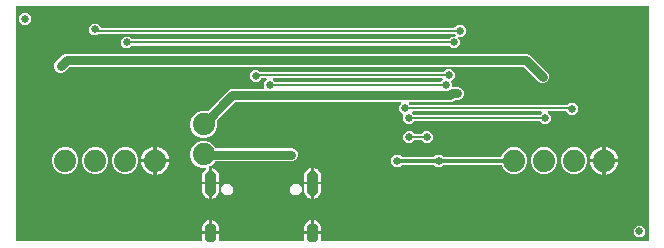
<source format=gbl>
G04 EAGLE Gerber RS-274X export*
G75*
%MOMM*%
%FSLAX34Y34*%
%LPD*%
%INBottom Copper*%
%IPPOS*%
%AMOC8*
5,1,8,0,0,1.08239X$1,22.5*%
G01*
%ADD10C,0.635000*%
%ADD11C,0.755600*%
%ADD12C,1.879600*%
%ADD13C,0.655600*%
%ADD14C,0.304800*%
%ADD15C,0.177800*%
%ADD16C,0.762000*%
%ADD17C,0.558800*%

G36*
X254298Y1126D02*
X254298Y1126D01*
X254304Y1132D01*
X254309Y1129D01*
X255366Y1499D01*
X255370Y1506D01*
X255376Y1503D01*
X256324Y2099D01*
X256327Y2107D01*
X256332Y2106D01*
X257124Y2898D01*
X257125Y2906D01*
X257131Y2906D01*
X257727Y3854D01*
X257726Y3863D01*
X257731Y3864D01*
X258101Y4921D01*
X258100Y4925D01*
X258102Y4927D01*
X258100Y4930D01*
X258104Y4932D01*
X258229Y6045D01*
X258227Y6048D01*
X258229Y6050D01*
X258229Y8051D01*
X260771Y8051D01*
X260771Y5302D01*
X260479Y3836D01*
X260166Y3081D01*
X260156Y3037D01*
X260137Y2995D01*
X260128Y2918D01*
X260110Y2842D01*
X260115Y2796D01*
X260110Y2751D01*
X260126Y2674D01*
X260133Y2597D01*
X260152Y2555D01*
X260162Y2510D01*
X260202Y2443D01*
X260233Y2372D01*
X260264Y2338D01*
X260288Y2299D01*
X260347Y2248D01*
X260400Y2191D01*
X260440Y2169D01*
X260475Y2139D01*
X260547Y2110D01*
X260615Y2073D01*
X260660Y2064D01*
X260703Y2047D01*
X260839Y2032D01*
X260857Y2029D01*
X260862Y2030D01*
X260870Y2029D01*
X537210Y2029D01*
X537230Y2032D01*
X537249Y2030D01*
X537351Y2052D01*
X537453Y2068D01*
X537470Y2078D01*
X537490Y2082D01*
X537579Y2135D01*
X537670Y2184D01*
X537684Y2198D01*
X537701Y2208D01*
X537768Y2287D01*
X537840Y2362D01*
X537848Y2380D01*
X537861Y2395D01*
X537900Y2491D01*
X537943Y2585D01*
X537945Y2605D01*
X537953Y2623D01*
X537971Y2790D01*
X537971Y200000D01*
X537968Y200020D01*
X537970Y200039D01*
X537948Y200141D01*
X537932Y200243D01*
X537922Y200260D01*
X537918Y200280D01*
X537865Y200369D01*
X537816Y200460D01*
X537802Y200474D01*
X537792Y200491D01*
X537713Y200558D01*
X537638Y200630D01*
X537620Y200638D01*
X537605Y200651D01*
X537509Y200690D01*
X537415Y200733D01*
X537395Y200735D01*
X537377Y200743D01*
X537210Y200761D01*
X2790Y200761D01*
X2770Y200758D01*
X2751Y200760D01*
X2649Y200738D01*
X2547Y200722D01*
X2530Y200712D01*
X2510Y200708D01*
X2421Y200655D01*
X2330Y200606D01*
X2316Y200592D01*
X2299Y200582D01*
X2232Y200503D01*
X2160Y200428D01*
X2152Y200410D01*
X2139Y200395D01*
X2100Y200299D01*
X2057Y200205D01*
X2055Y200185D01*
X2047Y200167D01*
X2029Y200000D01*
X2029Y2790D01*
X2032Y2770D01*
X2030Y2751D01*
X2052Y2649D01*
X2068Y2547D01*
X2078Y2530D01*
X2082Y2510D01*
X2135Y2421D01*
X2184Y2330D01*
X2198Y2316D01*
X2208Y2299D01*
X2287Y2232D01*
X2362Y2160D01*
X2380Y2152D01*
X2395Y2139D01*
X2491Y2100D01*
X2585Y2057D01*
X2605Y2055D01*
X2623Y2047D01*
X2790Y2029D01*
X159130Y2029D01*
X159175Y2036D01*
X159221Y2034D01*
X159296Y2056D01*
X159373Y2068D01*
X159413Y2090D01*
X159458Y2103D01*
X159522Y2147D01*
X159590Y2184D01*
X159622Y2217D01*
X159660Y2243D01*
X159706Y2306D01*
X159760Y2362D01*
X159779Y2404D01*
X159806Y2440D01*
X159831Y2514D01*
X159863Y2585D01*
X159868Y2631D01*
X159883Y2674D01*
X159882Y2752D01*
X159890Y2829D01*
X159881Y2874D01*
X159880Y2920D01*
X159842Y3052D01*
X159838Y3070D01*
X159836Y3074D01*
X159834Y3081D01*
X159521Y3836D01*
X159229Y5303D01*
X159229Y8051D01*
X161771Y8051D01*
X161771Y6050D01*
X161773Y6047D01*
X161771Y6045D01*
X161896Y4932D01*
X161902Y4926D01*
X161899Y4921D01*
X162269Y3864D01*
X162276Y3860D01*
X162273Y3854D01*
X162869Y2906D01*
X162877Y2903D01*
X162876Y2898D01*
X163668Y2106D01*
X163676Y2105D01*
X163676Y2099D01*
X164624Y1503D01*
X164633Y1504D01*
X164634Y1499D01*
X165691Y1129D01*
X165699Y1131D01*
X165702Y1126D01*
X166815Y1001D01*
X166822Y1005D01*
X166826Y1001D01*
X167938Y1126D01*
X167944Y1132D01*
X167949Y1129D01*
X169006Y1499D01*
X169010Y1506D01*
X169016Y1503D01*
X169964Y2099D01*
X169967Y2107D01*
X169972Y2106D01*
X170764Y2898D01*
X170765Y2906D01*
X170771Y2906D01*
X171367Y3854D01*
X171366Y3863D01*
X171371Y3864D01*
X171741Y4921D01*
X171740Y4925D01*
X171742Y4927D01*
X171740Y4930D01*
X171744Y4932D01*
X171869Y6045D01*
X171867Y6048D01*
X171869Y6050D01*
X171869Y8051D01*
X174411Y8051D01*
X174411Y5302D01*
X174119Y3836D01*
X173806Y3081D01*
X173796Y3037D01*
X173777Y2995D01*
X173768Y2918D01*
X173750Y2842D01*
X173755Y2796D01*
X173750Y2751D01*
X173766Y2674D01*
X173773Y2597D01*
X173792Y2555D01*
X173802Y2510D01*
X173842Y2443D01*
X173873Y2372D01*
X173904Y2338D01*
X173928Y2299D01*
X173987Y2248D01*
X174040Y2191D01*
X174080Y2169D01*
X174115Y2139D01*
X174187Y2110D01*
X174255Y2073D01*
X174300Y2064D01*
X174343Y2047D01*
X174479Y2032D01*
X174497Y2029D01*
X174502Y2030D01*
X174510Y2029D01*
X245490Y2029D01*
X245535Y2036D01*
X245581Y2034D01*
X245656Y2056D01*
X245733Y2068D01*
X245773Y2090D01*
X245818Y2103D01*
X245882Y2147D01*
X245950Y2184D01*
X245982Y2217D01*
X246020Y2243D01*
X246066Y2305D01*
X246120Y2362D01*
X246139Y2404D01*
X246166Y2440D01*
X246191Y2514D01*
X246223Y2585D01*
X246228Y2631D01*
X246243Y2674D01*
X246242Y2752D01*
X246250Y2829D01*
X246241Y2874D01*
X246240Y2920D01*
X246202Y3052D01*
X246198Y3070D01*
X246196Y3074D01*
X246194Y3081D01*
X245881Y3836D01*
X245589Y5302D01*
X245589Y8051D01*
X248131Y8051D01*
X248131Y6050D01*
X248133Y6047D01*
X248131Y6045D01*
X248256Y4932D01*
X248262Y4926D01*
X248259Y4921D01*
X248629Y3864D01*
X248636Y3860D01*
X248633Y3854D01*
X249229Y2906D01*
X249237Y2903D01*
X249236Y2898D01*
X250028Y2106D01*
X250036Y2105D01*
X250036Y2099D01*
X250984Y1503D01*
X250993Y1504D01*
X250994Y1499D01*
X252051Y1129D01*
X252059Y1131D01*
X252062Y1126D01*
X253175Y1001D01*
X253182Y1005D01*
X253186Y1001D01*
X254298Y1126D01*
G37*
%LPC*%
G36*
X158777Y89523D02*
X158777Y89523D01*
X154669Y91225D01*
X151525Y94369D01*
X149823Y98477D01*
X149823Y102923D01*
X151525Y107031D01*
X154669Y110175D01*
X158777Y111877D01*
X163223Y111877D01*
X163496Y111764D01*
X163609Y111737D01*
X163723Y111709D01*
X163729Y111709D01*
X163735Y111708D01*
X163851Y111719D01*
X163968Y111728D01*
X163974Y111730D01*
X163980Y111731D01*
X164088Y111779D01*
X164194Y111824D01*
X164200Y111829D01*
X164205Y111831D01*
X164219Y111843D01*
X164325Y111929D01*
X180589Y128193D01*
X182268Y129872D01*
X184322Y130723D01*
X211288Y130723D01*
X211359Y130734D01*
X211431Y130736D01*
X211480Y130754D01*
X211531Y130762D01*
X211594Y130796D01*
X211662Y130821D01*
X211702Y130853D01*
X211748Y130878D01*
X211798Y130930D01*
X211854Y130974D01*
X211882Y131018D01*
X211918Y131056D01*
X211948Y131121D01*
X211987Y131181D01*
X211999Y131232D01*
X212021Y131279D01*
X212029Y131350D01*
X212047Y131420D01*
X212043Y131472D01*
X212048Y131523D01*
X212033Y131594D01*
X212028Y131665D01*
X212007Y131713D01*
X211996Y131764D01*
X211959Y131825D01*
X211943Y131863D01*
X211943Y136095D01*
X214215Y138367D01*
X214257Y138425D01*
X214307Y138477D01*
X214329Y138524D01*
X214359Y138566D01*
X214380Y138635D01*
X214410Y138700D01*
X214416Y138752D01*
X214431Y138802D01*
X214429Y138873D01*
X214437Y138944D01*
X214426Y138995D01*
X214425Y139047D01*
X214400Y139115D01*
X214385Y139185D01*
X214358Y139230D01*
X214341Y139278D01*
X214296Y139334D01*
X214259Y139396D01*
X214219Y139430D01*
X214187Y139470D01*
X214127Y139509D01*
X214072Y139556D01*
X214024Y139575D01*
X213980Y139603D01*
X213910Y139621D01*
X213844Y139648D01*
X213773Y139656D01*
X213741Y139664D01*
X213718Y139662D01*
X213677Y139666D01*
X210133Y139666D01*
X210043Y139652D01*
X209952Y139644D01*
X209922Y139632D01*
X209890Y139627D01*
X209809Y139584D01*
X209726Y139548D01*
X209693Y139522D01*
X209673Y139511D01*
X209651Y139488D01*
X209595Y139443D01*
X207095Y136943D01*
X202905Y136943D01*
X199943Y139905D01*
X199943Y144095D01*
X202905Y147057D01*
X207095Y147057D01*
X208927Y145225D01*
X209001Y145172D01*
X209070Y145112D01*
X209100Y145100D01*
X209126Y145081D01*
X209213Y145054D01*
X209298Y145020D01*
X209339Y145016D01*
X209361Y145009D01*
X209394Y145010D01*
X209465Y145002D01*
X363646Y145002D01*
X363736Y145016D01*
X363827Y145024D01*
X363857Y145036D01*
X363889Y145041D01*
X363970Y145084D01*
X364053Y145120D01*
X364086Y145146D01*
X364106Y145157D01*
X364128Y145180D01*
X364184Y145225D01*
X366350Y147391D01*
X370540Y147391D01*
X373502Y144429D01*
X373502Y140239D01*
X370745Y137483D01*
X370733Y137467D01*
X370718Y137454D01*
X370662Y137367D01*
X370602Y137283D01*
X370596Y137264D01*
X370585Y137247D01*
X370560Y137147D01*
X370529Y137048D01*
X370530Y137028D01*
X370525Y137009D01*
X370533Y136906D01*
X370536Y136802D01*
X370542Y136783D01*
X370544Y136764D01*
X370584Y136669D01*
X370620Y136571D01*
X370633Y136555D01*
X370640Y136537D01*
X370745Y136406D01*
X371057Y136095D01*
X371057Y133350D01*
X371060Y133330D01*
X371058Y133311D01*
X371080Y133209D01*
X371096Y133107D01*
X371106Y133090D01*
X371110Y133070D01*
X371163Y132981D01*
X371212Y132890D01*
X371226Y132876D01*
X371236Y132859D01*
X371315Y132792D01*
X371390Y132720D01*
X371408Y132712D01*
X371423Y132699D01*
X371519Y132660D01*
X371613Y132617D01*
X371633Y132615D01*
X371651Y132607D01*
X371818Y132589D01*
X376712Y132589D01*
X378766Y131738D01*
X380338Y130166D01*
X381189Y128112D01*
X381189Y125888D01*
X380338Y123834D01*
X378766Y122262D01*
X376712Y121411D01*
X374169Y121411D01*
X374079Y121397D01*
X373988Y121389D01*
X373958Y121377D01*
X373926Y121372D01*
X373845Y121329D01*
X373761Y121293D01*
X373729Y121267D01*
X373709Y121256D01*
X373686Y121233D01*
X373630Y121188D01*
X372838Y120396D01*
X370784Y119545D01*
X335333Y119545D01*
X335262Y119534D01*
X335190Y119532D01*
X335141Y119514D01*
X335090Y119506D01*
X335027Y119472D01*
X334959Y119447D01*
X334919Y119415D01*
X334873Y119390D01*
X334823Y119338D01*
X334767Y119294D01*
X334739Y119250D01*
X334703Y119212D01*
X334673Y119147D01*
X334634Y119087D01*
X334622Y119036D01*
X334600Y118989D01*
X334592Y118918D01*
X334574Y118848D01*
X334578Y118796D01*
X334573Y118745D01*
X334588Y118674D01*
X334593Y118603D01*
X334614Y118555D01*
X334625Y118504D01*
X334662Y118443D01*
X334690Y118377D01*
X334735Y118321D01*
X334751Y118293D01*
X334769Y118278D01*
X334795Y118246D01*
X335816Y117225D01*
X335890Y117172D01*
X335959Y117112D01*
X335989Y117100D01*
X336015Y117081D01*
X336102Y117054D01*
X336187Y117020D01*
X336228Y117016D01*
X336250Y117009D01*
X336283Y117010D01*
X336354Y117002D01*
X468535Y117002D01*
X468625Y117016D01*
X468716Y117024D01*
X468746Y117036D01*
X468778Y117041D01*
X468859Y117084D01*
X468942Y117120D01*
X468975Y117146D01*
X468995Y117157D01*
X469017Y117180D01*
X469073Y117225D01*
X470905Y119057D01*
X475095Y119057D01*
X478057Y116095D01*
X478057Y111905D01*
X475095Y108943D01*
X470905Y108943D01*
X468405Y111443D01*
X468331Y111496D01*
X468262Y111556D01*
X468232Y111568D01*
X468206Y111587D01*
X468119Y111614D01*
X468034Y111648D01*
X467993Y111652D01*
X467971Y111659D01*
X467938Y111658D01*
X467867Y111666D01*
X453323Y111666D01*
X453252Y111655D01*
X453180Y111653D01*
X453131Y111635D01*
X453080Y111627D01*
X453017Y111593D01*
X452949Y111568D01*
X452909Y111536D01*
X452863Y111511D01*
X452813Y111459D01*
X452757Y111415D01*
X452729Y111371D01*
X452693Y111333D01*
X452663Y111268D01*
X452624Y111208D01*
X452612Y111157D01*
X452590Y111110D01*
X452582Y111039D01*
X452564Y110969D01*
X452568Y110917D01*
X452563Y110866D01*
X452578Y110795D01*
X452583Y110724D01*
X452604Y110676D01*
X452615Y110625D01*
X452652Y110564D01*
X452680Y110498D01*
X452725Y110442D01*
X452741Y110414D01*
X452756Y110402D01*
X452759Y110397D01*
X452765Y110391D01*
X452785Y110367D01*
X455057Y108095D01*
X455057Y103905D01*
X452095Y100943D01*
X447905Y100943D01*
X445739Y103109D01*
X445665Y103162D01*
X445596Y103222D01*
X445566Y103234D01*
X445540Y103253D01*
X445453Y103280D01*
X445368Y103314D01*
X445327Y103318D01*
X445305Y103325D01*
X445272Y103324D01*
X445201Y103332D01*
X339799Y103332D01*
X339709Y103318D01*
X339618Y103310D01*
X339588Y103298D01*
X339556Y103293D01*
X339475Y103250D01*
X339392Y103214D01*
X339359Y103188D01*
X339339Y103177D01*
X339317Y103154D01*
X339261Y103109D01*
X337095Y100943D01*
X332905Y100943D01*
X329943Y103905D01*
X329943Y108140D01*
X329970Y108177D01*
X329991Y108246D01*
X330021Y108311D01*
X330027Y108363D01*
X330042Y108412D01*
X330040Y108484D01*
X330048Y108555D01*
X330037Y108606D01*
X330036Y108658D01*
X330011Y108726D01*
X329996Y108796D01*
X329969Y108841D01*
X329952Y108889D01*
X329907Y108945D01*
X329870Y109007D01*
X329830Y109041D01*
X329798Y109081D01*
X329738Y109120D01*
X329683Y109167D01*
X329635Y109186D01*
X329591Y109214D01*
X329522Y109232D01*
X329495Y109243D01*
X326498Y112239D01*
X326498Y116429D01*
X328315Y118246D01*
X328357Y118304D01*
X328407Y118356D01*
X328429Y118403D01*
X328459Y118445D01*
X328480Y118514D01*
X328510Y118579D01*
X328516Y118631D01*
X328531Y118681D01*
X328529Y118752D01*
X328537Y118823D01*
X328526Y118874D01*
X328525Y118926D01*
X328500Y118994D01*
X328485Y119064D01*
X328458Y119109D01*
X328441Y119157D01*
X328396Y119213D01*
X328359Y119275D01*
X328319Y119309D01*
X328287Y119349D01*
X328227Y119388D01*
X328172Y119435D01*
X328124Y119454D01*
X328080Y119482D01*
X328010Y119500D01*
X327944Y119527D01*
X327873Y119535D01*
X327841Y119543D01*
X327818Y119541D01*
X327777Y119545D01*
X188064Y119545D01*
X187974Y119531D01*
X187883Y119523D01*
X187853Y119511D01*
X187822Y119506D01*
X187741Y119463D01*
X187657Y119427D01*
X187625Y119401D01*
X187604Y119390D01*
X187582Y119367D01*
X187526Y119322D01*
X172229Y104025D01*
X172161Y103931D01*
X172091Y103837D01*
X172089Y103830D01*
X172085Y103825D01*
X172051Y103714D01*
X172015Y103603D01*
X172015Y103596D01*
X172013Y103590D01*
X172016Y103474D01*
X172017Y103357D01*
X172019Y103350D01*
X172019Y103345D01*
X172026Y103327D01*
X172064Y103196D01*
X172177Y102923D01*
X172177Y98477D01*
X170475Y94369D01*
X167331Y91225D01*
X163223Y89523D01*
X158777Y89523D01*
G37*
%LPD*%
%LPC*%
G36*
X446888Y135411D02*
X446888Y135411D01*
X444834Y136262D01*
X431908Y149188D01*
X431834Y149241D01*
X431765Y149301D01*
X431734Y149313D01*
X431708Y149332D01*
X431621Y149359D01*
X431536Y149393D01*
X431496Y149397D01*
X431473Y149404D01*
X431441Y149403D01*
X431370Y149411D01*
X47630Y149411D01*
X47540Y149397D01*
X47449Y149389D01*
X47419Y149377D01*
X47388Y149372D01*
X47307Y149329D01*
X47223Y149293D01*
X47191Y149267D01*
X47170Y149256D01*
X47148Y149233D01*
X47092Y149188D01*
X43166Y145262D01*
X41112Y144411D01*
X38888Y144411D01*
X36834Y145262D01*
X35262Y146834D01*
X34411Y148888D01*
X34411Y151112D01*
X35262Y153166D01*
X41834Y159738D01*
X43888Y160589D01*
X435112Y160589D01*
X437166Y159738D01*
X452738Y144166D01*
X453589Y142112D01*
X453589Y139888D01*
X452738Y137834D01*
X451166Y136262D01*
X449112Y135411D01*
X446888Y135411D01*
G37*
%LPD*%
%LPC*%
G36*
X93905Y164943D02*
X93905Y164943D01*
X90943Y167905D01*
X90943Y172095D01*
X93905Y175057D01*
X98095Y175057D01*
X100261Y172891D01*
X100335Y172838D01*
X100404Y172778D01*
X100434Y172766D01*
X100460Y172747D01*
X100547Y172720D01*
X100632Y172686D01*
X100673Y172682D01*
X100695Y172675D01*
X100728Y172676D01*
X100799Y172668D01*
X368201Y172668D01*
X368291Y172682D01*
X368382Y172690D01*
X368412Y172702D01*
X368444Y172707D01*
X368525Y172750D01*
X368608Y172786D01*
X368641Y172812D01*
X368661Y172823D01*
X368683Y172846D01*
X368739Y172891D01*
X370905Y175057D01*
X373954Y175057D01*
X374025Y175068D01*
X374097Y175070D01*
X374146Y175088D01*
X374197Y175096D01*
X374260Y175130D01*
X374328Y175155D01*
X374368Y175187D01*
X374414Y175212D01*
X374464Y175264D01*
X374520Y175308D01*
X374548Y175352D01*
X374584Y175390D01*
X374614Y175455D01*
X374653Y175515D01*
X374665Y175566D01*
X374687Y175613D01*
X374695Y175684D01*
X374713Y175754D01*
X374709Y175806D01*
X374714Y175857D01*
X374699Y175928D01*
X374694Y175999D01*
X374673Y176047D01*
X374662Y176098D01*
X374625Y176159D01*
X374597Y176225D01*
X374552Y176281D01*
X374536Y176309D01*
X374518Y176324D01*
X374492Y176356D01*
X373739Y177109D01*
X373665Y177162D01*
X373596Y177222D01*
X373566Y177234D01*
X373540Y177253D01*
X373453Y177280D01*
X373368Y177314D01*
X373327Y177318D01*
X373305Y177325D01*
X373272Y177324D01*
X373201Y177332D01*
X72799Y177332D01*
X72709Y177318D01*
X72618Y177310D01*
X72588Y177298D01*
X72556Y177293D01*
X72475Y177250D01*
X72392Y177214D01*
X72359Y177188D01*
X72339Y177177D01*
X72317Y177154D01*
X72261Y177109D01*
X71095Y175943D01*
X66905Y175943D01*
X63943Y178905D01*
X63943Y183095D01*
X66905Y186057D01*
X71095Y186057D01*
X74261Y182891D01*
X74335Y182838D01*
X74404Y182778D01*
X74434Y182766D01*
X74460Y182747D01*
X74547Y182720D01*
X74632Y182686D01*
X74673Y182682D01*
X74695Y182675D01*
X74728Y182676D01*
X74799Y182668D01*
X373201Y182668D01*
X373291Y182682D01*
X373382Y182690D01*
X373412Y182702D01*
X373444Y182707D01*
X373525Y182750D01*
X373608Y182786D01*
X373641Y182812D01*
X373661Y182823D01*
X373683Y182846D01*
X373739Y182891D01*
X375905Y185057D01*
X380095Y185057D01*
X383057Y182095D01*
X383057Y177905D01*
X380095Y174943D01*
X377046Y174943D01*
X376975Y174932D01*
X376903Y174930D01*
X376854Y174912D01*
X376803Y174904D01*
X376740Y174870D01*
X376672Y174845D01*
X376632Y174813D01*
X376586Y174788D01*
X376536Y174736D01*
X376480Y174692D01*
X376452Y174648D01*
X376416Y174610D01*
X376386Y174545D01*
X376347Y174485D01*
X376335Y174434D01*
X376313Y174387D01*
X376305Y174316D01*
X376287Y174246D01*
X376291Y174194D01*
X376286Y174143D01*
X376301Y174072D01*
X376306Y174001D01*
X376327Y173953D01*
X376338Y173902D01*
X376375Y173841D01*
X376403Y173775D01*
X376448Y173719D01*
X376464Y173691D01*
X376482Y173676D01*
X376508Y173644D01*
X378057Y172095D01*
X378057Y167905D01*
X375095Y164943D01*
X370905Y164943D01*
X368739Y167109D01*
X368665Y167162D01*
X368596Y167222D01*
X368566Y167234D01*
X368540Y167253D01*
X368453Y167280D01*
X368368Y167314D01*
X368327Y167318D01*
X368305Y167325D01*
X368272Y167324D01*
X368201Y167332D01*
X100799Y167332D01*
X100709Y167318D01*
X100618Y167310D01*
X100588Y167298D01*
X100556Y167293D01*
X100475Y167250D01*
X100392Y167214D01*
X100359Y167188D01*
X100339Y167177D01*
X100317Y167154D01*
X100261Y167109D01*
X98095Y164943D01*
X93905Y164943D01*
G37*
%LPD*%
%LPC*%
G36*
X159229Y51849D02*
X159229Y51849D01*
X159229Y57098D01*
X159521Y58564D01*
X160093Y59946D01*
X160924Y61189D01*
X161981Y62246D01*
X162704Y62729D01*
X162721Y62745D01*
X162741Y62756D01*
X162810Y62828D01*
X162884Y62897D01*
X162895Y62917D01*
X162911Y62934D01*
X162953Y63025D01*
X163001Y63113D01*
X163005Y63136D01*
X163014Y63157D01*
X163025Y63257D01*
X163042Y63356D01*
X163039Y63379D01*
X163041Y63401D01*
X163020Y63500D01*
X163005Y63599D01*
X162994Y63619D01*
X162989Y63642D01*
X162937Y63728D01*
X162891Y63817D01*
X162875Y63833D01*
X162863Y63853D01*
X162787Y63918D01*
X162714Y63988D01*
X162694Y63998D01*
X162676Y64013D01*
X162583Y64051D01*
X162492Y64093D01*
X162469Y64096D01*
X162448Y64105D01*
X162281Y64123D01*
X158777Y64123D01*
X154669Y65825D01*
X151525Y68969D01*
X149823Y73077D01*
X149823Y77523D01*
X151525Y81631D01*
X154669Y84775D01*
X158777Y86477D01*
X163223Y86477D01*
X167331Y84775D01*
X170475Y81631D01*
X170712Y81059D01*
X170774Y80960D01*
X170834Y80859D01*
X170839Y80855D01*
X170842Y80850D01*
X170931Y80776D01*
X171021Y80699D01*
X171027Y80697D01*
X171031Y80693D01*
X171139Y80651D01*
X171249Y80607D01*
X171256Y80606D01*
X171261Y80605D01*
X171279Y80604D01*
X171416Y80589D01*
X236112Y80589D01*
X238166Y79738D01*
X239738Y78166D01*
X240589Y76112D01*
X240589Y73888D01*
X239738Y71834D01*
X238166Y70262D01*
X236112Y69411D01*
X171167Y69411D01*
X171052Y69392D01*
X170936Y69375D01*
X170930Y69373D01*
X170924Y69372D01*
X170821Y69317D01*
X170717Y69264D01*
X170712Y69259D01*
X170707Y69256D01*
X170627Y69172D01*
X170545Y69088D01*
X170541Y69082D01*
X170538Y69078D01*
X170530Y69061D01*
X170483Y68977D01*
X167331Y65825D01*
X166291Y65394D01*
X166191Y65332D01*
X166091Y65272D01*
X166087Y65268D01*
X166082Y65264D01*
X166007Y65174D01*
X165931Y65085D01*
X165929Y65080D01*
X165925Y65075D01*
X165883Y64966D01*
X165839Y64857D01*
X165838Y64850D01*
X165837Y64845D01*
X165836Y64827D01*
X165821Y64691D01*
X165821Y61287D01*
X165702Y61274D01*
X165696Y61268D01*
X165691Y61271D01*
X164634Y60901D01*
X164630Y60895D01*
X164624Y60897D01*
X163676Y60301D01*
X163673Y60293D01*
X163668Y60294D01*
X162876Y59502D01*
X162875Y59494D01*
X162869Y59494D01*
X162273Y58546D01*
X162274Y58539D01*
X162270Y58537D01*
X162270Y58536D01*
X162269Y58536D01*
X161899Y57479D01*
X161901Y57471D01*
X161896Y57468D01*
X161771Y56356D01*
X161773Y56352D01*
X161771Y56350D01*
X161771Y51849D01*
X159229Y51849D01*
G37*
%LPD*%
%LPC*%
G36*
X421577Y58823D02*
X421577Y58823D01*
X417469Y60525D01*
X414325Y63669D01*
X413265Y66227D01*
X413204Y66327D01*
X413144Y66427D01*
X413139Y66431D01*
X413135Y66436D01*
X413046Y66511D01*
X412957Y66587D01*
X412951Y66589D01*
X412946Y66593D01*
X412838Y66635D01*
X412728Y66679D01*
X412721Y66680D01*
X412716Y66681D01*
X412698Y66682D01*
X412562Y66697D01*
X364164Y66697D01*
X364074Y66683D01*
X363983Y66675D01*
X363953Y66663D01*
X363921Y66658D01*
X363840Y66615D01*
X363757Y66579D01*
X363724Y66553D01*
X363704Y66542D01*
X363682Y66519D01*
X363626Y66474D01*
X362095Y64943D01*
X357905Y64943D01*
X356374Y66474D01*
X356300Y66527D01*
X356231Y66587D01*
X356201Y66599D01*
X356175Y66618D01*
X356088Y66645D01*
X356003Y66679D01*
X355962Y66683D01*
X355940Y66690D01*
X355907Y66689D01*
X355836Y66697D01*
X329164Y66697D01*
X329074Y66683D01*
X328983Y66675D01*
X328953Y66663D01*
X328921Y66658D01*
X328840Y66615D01*
X328757Y66579D01*
X328724Y66553D01*
X328704Y66542D01*
X328682Y66519D01*
X328626Y66474D01*
X327095Y64943D01*
X322905Y64943D01*
X319943Y67905D01*
X319943Y72095D01*
X322905Y75057D01*
X327095Y75057D01*
X328626Y73526D01*
X328700Y73473D01*
X328769Y73413D01*
X328799Y73401D01*
X328825Y73382D01*
X328912Y73355D01*
X328997Y73321D01*
X329038Y73317D01*
X329060Y73310D01*
X329093Y73311D01*
X329164Y73303D01*
X355836Y73303D01*
X355926Y73317D01*
X356017Y73325D01*
X356047Y73337D01*
X356079Y73342D01*
X356160Y73385D01*
X356243Y73421D01*
X356276Y73447D01*
X356296Y73458D01*
X356318Y73481D01*
X356374Y73526D01*
X357905Y75057D01*
X362095Y75057D01*
X363626Y73526D01*
X363700Y73473D01*
X363769Y73413D01*
X363799Y73401D01*
X363825Y73382D01*
X363912Y73355D01*
X363997Y73321D01*
X364038Y73317D01*
X364060Y73310D01*
X364093Y73311D01*
X364164Y73303D01*
X412562Y73303D01*
X412677Y73322D01*
X412793Y73339D01*
X412798Y73341D01*
X412805Y73342D01*
X412907Y73397D01*
X413012Y73450D01*
X413016Y73455D01*
X413022Y73458D01*
X413102Y73542D01*
X413184Y73626D01*
X413188Y73632D01*
X413191Y73636D01*
X413199Y73653D01*
X413265Y73773D01*
X414325Y76331D01*
X417469Y79475D01*
X421577Y81177D01*
X426023Y81177D01*
X430131Y79475D01*
X433275Y76331D01*
X434977Y72223D01*
X434977Y67777D01*
X433275Y63669D01*
X430131Y60525D01*
X426023Y58823D01*
X421577Y58823D01*
G37*
%LPD*%
G36*
X361291Y136682D02*
X361291Y136682D01*
X361382Y136690D01*
X361412Y136702D01*
X361444Y136707D01*
X361524Y136750D01*
X361608Y136786D01*
X361641Y136812D01*
X361661Y136823D01*
X361683Y136846D01*
X361739Y136891D01*
X363215Y138367D01*
X363257Y138425D01*
X363307Y138477D01*
X363329Y138524D01*
X363359Y138566D01*
X363380Y138635D01*
X363410Y138700D01*
X363416Y138752D01*
X363431Y138802D01*
X363429Y138873D01*
X363437Y138944D01*
X363426Y138995D01*
X363425Y139047D01*
X363400Y139115D01*
X363385Y139185D01*
X363358Y139230D01*
X363341Y139278D01*
X363296Y139334D01*
X363259Y139396D01*
X363219Y139430D01*
X363187Y139470D01*
X363127Y139509D01*
X363072Y139556D01*
X363024Y139575D01*
X362980Y139603D01*
X362910Y139621D01*
X362844Y139648D01*
X362773Y139656D01*
X362741Y139664D01*
X362718Y139662D01*
X362677Y139666D01*
X220323Y139666D01*
X220252Y139655D01*
X220180Y139653D01*
X220131Y139635D01*
X220080Y139627D01*
X220017Y139593D01*
X219949Y139568D01*
X219909Y139536D01*
X219863Y139511D01*
X219813Y139459D01*
X219757Y139415D01*
X219729Y139371D01*
X219693Y139333D01*
X219663Y139268D01*
X219624Y139208D01*
X219612Y139157D01*
X219590Y139110D01*
X219582Y139039D01*
X219564Y138969D01*
X219568Y138917D01*
X219563Y138866D01*
X219578Y138795D01*
X219583Y138724D01*
X219604Y138676D01*
X219615Y138625D01*
X219652Y138564D01*
X219680Y138498D01*
X219725Y138442D01*
X219741Y138414D01*
X219759Y138399D01*
X219785Y138367D01*
X221261Y136891D01*
X221335Y136838D01*
X221404Y136778D01*
X221434Y136766D01*
X221460Y136747D01*
X221548Y136720D01*
X221632Y136686D01*
X221673Y136682D01*
X221695Y136675D01*
X221728Y136676D01*
X221799Y136668D01*
X361201Y136668D01*
X361291Y136682D01*
G37*
%LPC*%
G36*
X66977Y58823D02*
X66977Y58823D01*
X62869Y60525D01*
X59725Y63669D01*
X58023Y67777D01*
X58023Y72223D01*
X59725Y76331D01*
X62869Y79475D01*
X66977Y81177D01*
X71423Y81177D01*
X75531Y79475D01*
X78675Y76331D01*
X80377Y72223D01*
X80377Y67777D01*
X78675Y63669D01*
X75531Y60525D01*
X71423Y58823D01*
X66977Y58823D01*
G37*
%LPD*%
%LPC*%
G36*
X92377Y58823D02*
X92377Y58823D01*
X88269Y60525D01*
X85125Y63669D01*
X83423Y67777D01*
X83423Y72223D01*
X85125Y76331D01*
X88269Y79475D01*
X92377Y81177D01*
X96823Y81177D01*
X100931Y79475D01*
X104075Y76331D01*
X105777Y72223D01*
X105777Y67777D01*
X104075Y63669D01*
X100931Y60525D01*
X96823Y58823D01*
X92377Y58823D01*
G37*
%LPD*%
%LPC*%
G36*
X446977Y58823D02*
X446977Y58823D01*
X442869Y60525D01*
X439725Y63669D01*
X438023Y67777D01*
X438023Y72223D01*
X439725Y76331D01*
X442869Y79475D01*
X446977Y81177D01*
X451423Y81177D01*
X455531Y79475D01*
X458675Y76331D01*
X460377Y72223D01*
X460377Y67777D01*
X458675Y63669D01*
X455531Y60525D01*
X451423Y58823D01*
X446977Y58823D01*
G37*
%LPD*%
%LPC*%
G36*
X472377Y58823D02*
X472377Y58823D01*
X468269Y60525D01*
X465125Y63669D01*
X463423Y67777D01*
X463423Y72223D01*
X465125Y76331D01*
X468269Y79475D01*
X472377Y81177D01*
X476823Y81177D01*
X480931Y79475D01*
X484075Y76331D01*
X485777Y72223D01*
X485777Y67777D01*
X484075Y63669D01*
X480931Y60525D01*
X476823Y58823D01*
X472377Y58823D01*
G37*
%LPD*%
%LPC*%
G36*
X41577Y58823D02*
X41577Y58823D01*
X37469Y60525D01*
X34325Y63669D01*
X32623Y67777D01*
X32623Y72223D01*
X34325Y76331D01*
X37469Y79475D01*
X41577Y81177D01*
X46023Y81177D01*
X50131Y79475D01*
X53275Y76331D01*
X54977Y72223D01*
X54977Y67777D01*
X53275Y63669D01*
X50131Y60525D01*
X46023Y58823D01*
X41577Y58823D01*
G37*
%LPD*%
G36*
X445291Y108682D02*
X445291Y108682D01*
X445382Y108690D01*
X445412Y108702D01*
X445444Y108707D01*
X445524Y108750D01*
X445608Y108786D01*
X445641Y108812D01*
X445661Y108823D01*
X445683Y108846D01*
X445739Y108891D01*
X447215Y110367D01*
X447257Y110425D01*
X447307Y110477D01*
X447329Y110524D01*
X447359Y110566D01*
X447380Y110635D01*
X447410Y110700D01*
X447416Y110752D01*
X447431Y110802D01*
X447429Y110873D01*
X447437Y110944D01*
X447426Y110995D01*
X447425Y111047D01*
X447400Y111115D01*
X447385Y111185D01*
X447358Y111230D01*
X447341Y111278D01*
X447296Y111334D01*
X447259Y111396D01*
X447219Y111430D01*
X447187Y111470D01*
X447127Y111509D01*
X447072Y111556D01*
X447024Y111575D01*
X446980Y111603D01*
X446910Y111621D01*
X446844Y111648D01*
X446773Y111656D01*
X446741Y111664D01*
X446718Y111662D01*
X446677Y111666D01*
X338323Y111666D01*
X338252Y111655D01*
X338180Y111653D01*
X338131Y111635D01*
X338080Y111627D01*
X338017Y111593D01*
X337949Y111568D01*
X337909Y111536D01*
X337863Y111511D01*
X337813Y111459D01*
X337757Y111415D01*
X337729Y111371D01*
X337693Y111333D01*
X337663Y111268D01*
X337624Y111208D01*
X337612Y111157D01*
X337590Y111110D01*
X337582Y111039D01*
X337564Y110969D01*
X337568Y110917D01*
X337563Y110866D01*
X337578Y110795D01*
X337583Y110724D01*
X337604Y110676D01*
X337615Y110625D01*
X337652Y110564D01*
X337680Y110498D01*
X337725Y110442D01*
X337741Y110414D01*
X337756Y110402D01*
X337759Y110397D01*
X337765Y110391D01*
X337785Y110367D01*
X339261Y108891D01*
X339335Y108838D01*
X339404Y108778D01*
X339434Y108766D01*
X339460Y108747D01*
X339548Y108720D01*
X339632Y108686D01*
X339673Y108682D01*
X339695Y108675D01*
X339728Y108676D01*
X339799Y108668D01*
X445201Y108668D01*
X445291Y108682D01*
G37*
%LPC*%
G36*
X332905Y84943D02*
X332905Y84943D01*
X329943Y87905D01*
X329943Y92095D01*
X332905Y95057D01*
X337095Y95057D01*
X339261Y92891D01*
X339335Y92838D01*
X339404Y92778D01*
X339434Y92766D01*
X339460Y92747D01*
X339547Y92720D01*
X339632Y92686D01*
X339673Y92682D01*
X339695Y92675D01*
X339728Y92676D01*
X339799Y92668D01*
X345201Y92668D01*
X345291Y92682D01*
X345382Y92690D01*
X345412Y92702D01*
X345444Y92707D01*
X345525Y92750D01*
X345608Y92786D01*
X345641Y92812D01*
X345661Y92823D01*
X345683Y92846D01*
X345739Y92891D01*
X347905Y95057D01*
X352095Y95057D01*
X355057Y92095D01*
X355057Y87905D01*
X352095Y84943D01*
X347905Y84943D01*
X345739Y87109D01*
X345665Y87162D01*
X345596Y87222D01*
X345566Y87234D01*
X345540Y87253D01*
X345453Y87280D01*
X345368Y87314D01*
X345327Y87318D01*
X345305Y87325D01*
X345272Y87324D01*
X345201Y87332D01*
X339799Y87332D01*
X339709Y87318D01*
X339618Y87310D01*
X339588Y87298D01*
X339556Y87293D01*
X339475Y87250D01*
X339392Y87214D01*
X339359Y87188D01*
X339339Y87177D01*
X339317Y87154D01*
X339261Y87109D01*
X337095Y84943D01*
X332905Y84943D01*
G37*
%LPD*%
%LPC*%
G36*
X236817Y40521D02*
X236817Y40521D01*
X233871Y43467D01*
X233871Y47633D01*
X236817Y50579D01*
X240983Y50579D01*
X243929Y47633D01*
X243929Y43467D01*
X240983Y40521D01*
X236817Y40521D01*
G37*
%LPD*%
%LPC*%
G36*
X179017Y40521D02*
X179017Y40521D01*
X176071Y43467D01*
X176071Y47633D01*
X179017Y50579D01*
X183183Y50579D01*
X186129Y47633D01*
X186129Y43467D01*
X183183Y40521D01*
X179017Y40521D01*
G37*
%LPD*%
%LPC*%
G36*
X7948Y185046D02*
X7948Y185046D01*
X5046Y187948D01*
X5046Y192052D01*
X7948Y194954D01*
X12052Y194954D01*
X14954Y192052D01*
X14954Y187948D01*
X12052Y185046D01*
X7948Y185046D01*
G37*
%LPD*%
%LPC*%
G36*
X527948Y5046D02*
X527948Y5046D01*
X525046Y7948D01*
X525046Y12052D01*
X527948Y14954D01*
X532052Y14954D01*
X534954Y12052D01*
X534954Y7948D01*
X532052Y5046D01*
X527948Y5046D01*
G37*
%LPD*%
%LPC*%
G36*
X121523Y71523D02*
X121523Y71523D01*
X121523Y81846D01*
X122796Y81645D01*
X124583Y81064D01*
X126257Y80211D01*
X127778Y79106D01*
X129106Y77778D01*
X130211Y76257D01*
X131064Y74583D01*
X131645Y72796D01*
X131846Y71523D01*
X121523Y71523D01*
G37*
%LPD*%
%LPC*%
G36*
X501523Y71523D02*
X501523Y71523D01*
X501523Y81846D01*
X502796Y81645D01*
X504583Y81064D01*
X506257Y80211D01*
X507778Y79106D01*
X509106Y77778D01*
X510211Y76257D01*
X511064Y74583D01*
X511645Y72796D01*
X511846Y71523D01*
X501523Y71523D01*
G37*
%LPD*%
%LPC*%
G36*
X488154Y71523D02*
X488154Y71523D01*
X488355Y72796D01*
X488936Y74583D01*
X489789Y76257D01*
X490894Y77778D01*
X492222Y79106D01*
X493743Y80211D01*
X495417Y81064D01*
X497204Y81645D01*
X498477Y81846D01*
X498477Y71523D01*
X488154Y71523D01*
G37*
%LPD*%
%LPC*%
G36*
X501523Y68477D02*
X501523Y68477D01*
X511846Y68477D01*
X511645Y67204D01*
X511064Y65417D01*
X510211Y63743D01*
X509106Y62222D01*
X507778Y60894D01*
X506257Y59789D01*
X504583Y58936D01*
X502796Y58355D01*
X501523Y58154D01*
X501523Y68477D01*
G37*
%LPD*%
%LPC*%
G36*
X121523Y68477D02*
X121523Y68477D01*
X131846Y68477D01*
X131645Y67204D01*
X131064Y65417D01*
X130211Y63743D01*
X129106Y62222D01*
X127778Y60894D01*
X126257Y59789D01*
X124583Y58936D01*
X122796Y58355D01*
X121523Y58154D01*
X121523Y68477D01*
G37*
%LPD*%
%LPC*%
G36*
X108154Y71523D02*
X108154Y71523D01*
X108355Y72796D01*
X108936Y74583D01*
X109789Y76257D01*
X110894Y77778D01*
X112222Y79106D01*
X113743Y80211D01*
X115417Y81064D01*
X117204Y81645D01*
X118477Y81846D01*
X118477Y71523D01*
X108154Y71523D01*
G37*
%LPD*%
%LPC*%
G36*
X497204Y58355D02*
X497204Y58355D01*
X495417Y58936D01*
X493743Y59789D01*
X492222Y60894D01*
X490894Y62222D01*
X489789Y63743D01*
X488936Y65417D01*
X488355Y67204D01*
X488154Y68477D01*
X498477Y68477D01*
X498477Y58154D01*
X497204Y58355D01*
G37*
%LPD*%
%LPC*%
G36*
X117204Y58355D02*
X117204Y58355D01*
X115417Y58936D01*
X113743Y59789D01*
X112222Y60894D01*
X110894Y62222D01*
X109789Y63743D01*
X108936Y65417D01*
X108355Y67204D01*
X108154Y68477D01*
X118477Y68477D01*
X118477Y58154D01*
X117204Y58355D01*
G37*
%LPD*%
%LPC*%
G36*
X164606Y38051D02*
X164606Y38051D01*
X163224Y38623D01*
X162139Y39348D01*
X161981Y39454D01*
X160924Y40511D01*
X160093Y41754D01*
X159521Y43136D01*
X159229Y44602D01*
X159229Y49851D01*
X161771Y49851D01*
X161771Y45350D01*
X161773Y45347D01*
X161771Y45345D01*
X161896Y44232D01*
X161902Y44226D01*
X161899Y44221D01*
X162269Y43164D01*
X162276Y43160D01*
X162273Y43154D01*
X162869Y42206D01*
X162877Y42203D01*
X162876Y42198D01*
X163668Y41406D01*
X163676Y41405D01*
X163676Y41399D01*
X164624Y40803D01*
X164633Y40804D01*
X164634Y40799D01*
X165691Y40429D01*
X165699Y40431D01*
X165702Y40426D01*
X165821Y40413D01*
X165821Y37809D01*
X164606Y38051D01*
G37*
%LPD*%
%LPC*%
G36*
X250966Y38051D02*
X250966Y38051D01*
X249584Y38623D01*
X248646Y39250D01*
X248341Y39454D01*
X247284Y40511D01*
X246453Y41754D01*
X245881Y43136D01*
X245589Y44602D01*
X245589Y49851D01*
X248131Y49851D01*
X248131Y45350D01*
X248133Y45347D01*
X248131Y45345D01*
X248256Y44232D01*
X248262Y44226D01*
X248259Y44221D01*
X248629Y43164D01*
X248636Y43160D01*
X248633Y43154D01*
X249229Y42206D01*
X249237Y42203D01*
X249236Y42198D01*
X250028Y41406D01*
X250036Y41405D01*
X250036Y41399D01*
X250984Y40803D01*
X250993Y40804D01*
X250994Y40799D01*
X252051Y40429D01*
X252059Y40431D01*
X252062Y40426D01*
X252181Y40413D01*
X252181Y37809D01*
X250966Y38051D01*
G37*
%LPD*%
%LPC*%
G36*
X245589Y51849D02*
X245589Y51849D01*
X245589Y57098D01*
X245881Y58564D01*
X246453Y59946D01*
X247284Y61189D01*
X248341Y62246D01*
X249584Y63077D01*
X250966Y63649D01*
X252181Y63891D01*
X252181Y61287D01*
X252062Y61274D01*
X252056Y61268D01*
X252051Y61271D01*
X250994Y60901D01*
X250990Y60895D01*
X250984Y60897D01*
X250036Y60301D01*
X250033Y60293D01*
X250028Y60294D01*
X249236Y59502D01*
X249235Y59494D01*
X249229Y59494D01*
X248633Y58546D01*
X248634Y58539D01*
X248630Y58537D01*
X248630Y58536D01*
X248629Y58536D01*
X248259Y57479D01*
X248261Y57471D01*
X248256Y57468D01*
X248131Y56356D01*
X248133Y56352D01*
X248131Y56350D01*
X248131Y51849D01*
X245589Y51849D01*
G37*
%LPD*%
%LPC*%
G36*
X167819Y40413D02*
X167819Y40413D01*
X167938Y40426D01*
X167944Y40432D01*
X167949Y40429D01*
X169006Y40799D01*
X169010Y40806D01*
X169016Y40803D01*
X169964Y41399D01*
X169967Y41407D01*
X169972Y41406D01*
X170764Y42198D01*
X170765Y42206D01*
X170771Y42206D01*
X171367Y43154D01*
X171366Y43163D01*
X171371Y43164D01*
X171741Y44221D01*
X171740Y44225D01*
X171742Y44227D01*
X171740Y44230D01*
X171744Y44232D01*
X171869Y45345D01*
X171867Y45348D01*
X171869Y45350D01*
X171869Y49851D01*
X174411Y49851D01*
X174411Y44602D01*
X174119Y43136D01*
X173547Y41754D01*
X172716Y40511D01*
X171659Y39454D01*
X170416Y38623D01*
X169034Y38051D01*
X167819Y37809D01*
X167819Y40413D01*
G37*
%LPD*%
%LPC*%
G36*
X254179Y40413D02*
X254179Y40413D01*
X254298Y40426D01*
X254304Y40432D01*
X254309Y40429D01*
X255366Y40799D01*
X255370Y40806D01*
X255376Y40803D01*
X256324Y41399D01*
X256327Y41407D01*
X256332Y41406D01*
X257124Y42198D01*
X257125Y42206D01*
X257131Y42206D01*
X257727Y43154D01*
X257726Y43163D01*
X257731Y43164D01*
X258101Y44221D01*
X258100Y44225D01*
X258102Y44227D01*
X258100Y44230D01*
X258104Y44232D01*
X258229Y45345D01*
X258227Y45348D01*
X258229Y45350D01*
X258229Y49851D01*
X260771Y49851D01*
X260771Y44602D01*
X260479Y43136D01*
X259907Y41754D01*
X259076Y40511D01*
X258019Y39454D01*
X256776Y38623D01*
X255394Y38051D01*
X254179Y37809D01*
X254179Y40413D01*
G37*
%LPD*%
%LPC*%
G36*
X258229Y51849D02*
X258229Y51849D01*
X258229Y56350D01*
X258227Y56353D01*
X258229Y56356D01*
X258104Y57468D01*
X258098Y57474D01*
X258101Y57479D01*
X257731Y58536D01*
X257725Y58540D01*
X257727Y58546D01*
X257131Y59494D01*
X257123Y59497D01*
X257124Y59502D01*
X256332Y60294D01*
X256324Y60295D01*
X256324Y60301D01*
X255376Y60897D01*
X255367Y60896D01*
X255366Y60901D01*
X254309Y61271D01*
X254301Y61269D01*
X254298Y61274D01*
X254179Y61287D01*
X254179Y63891D01*
X255394Y63649D01*
X256249Y63295D01*
X256776Y63077D01*
X257645Y62496D01*
X258019Y62246D01*
X259076Y61189D01*
X259907Y59946D01*
X260479Y58564D01*
X260771Y57098D01*
X260771Y51849D01*
X258229Y51849D01*
G37*
%LPD*%
%LPC*%
G36*
X171869Y51849D02*
X171869Y51849D01*
X171869Y56350D01*
X171867Y56353D01*
X171869Y56356D01*
X171744Y57468D01*
X171738Y57474D01*
X171741Y57479D01*
X171371Y58536D01*
X171365Y58540D01*
X171367Y58546D01*
X170771Y59494D01*
X170763Y59497D01*
X170764Y59502D01*
X169972Y60294D01*
X169964Y60295D01*
X169964Y60301D01*
X169016Y60897D01*
X169007Y60896D01*
X169006Y60901D01*
X167949Y61271D01*
X167941Y61269D01*
X167938Y61274D01*
X167819Y61287D01*
X167819Y63891D01*
X169034Y63649D01*
X170217Y63159D01*
X170218Y63159D01*
X170416Y63077D01*
X171538Y62327D01*
X171538Y62326D01*
X171539Y62326D01*
X171659Y62246D01*
X172716Y61189D01*
X173547Y59946D01*
X174119Y58564D01*
X174411Y57098D01*
X174411Y51849D01*
X171869Y51849D01*
G37*
%LPD*%
%LPC*%
G36*
X245589Y10049D02*
X245589Y10049D01*
X245589Y12798D01*
X245881Y14264D01*
X246453Y15646D01*
X247284Y16889D01*
X248341Y17946D01*
X249584Y18777D01*
X250966Y19349D01*
X252181Y19591D01*
X252181Y16987D01*
X252062Y16974D01*
X252056Y16968D01*
X252051Y16971D01*
X250994Y16601D01*
X250990Y16595D01*
X250984Y16597D01*
X250036Y16001D01*
X250033Y15993D01*
X250028Y15994D01*
X249236Y15202D01*
X249235Y15194D01*
X249229Y15194D01*
X248633Y14246D01*
X248634Y14237D01*
X248629Y14236D01*
X248259Y13179D01*
X248261Y13171D01*
X248256Y13168D01*
X248131Y12056D01*
X248133Y12052D01*
X248131Y12050D01*
X248131Y10049D01*
X245589Y10049D01*
G37*
%LPD*%
%LPC*%
G36*
X159229Y10049D02*
X159229Y10049D01*
X159229Y12798D01*
X159521Y14264D01*
X160093Y15646D01*
X160924Y16889D01*
X161981Y17946D01*
X163224Y18777D01*
X164606Y19349D01*
X165821Y19591D01*
X165821Y16987D01*
X165702Y16974D01*
X165696Y16968D01*
X165691Y16971D01*
X164634Y16601D01*
X164630Y16595D01*
X164624Y16597D01*
X163676Y16001D01*
X163673Y15993D01*
X163668Y15994D01*
X162876Y15202D01*
X162875Y15194D01*
X162869Y15194D01*
X162273Y14246D01*
X162274Y14237D01*
X162269Y14236D01*
X161899Y13179D01*
X161901Y13171D01*
X161896Y13168D01*
X161771Y12056D01*
X161773Y12052D01*
X161771Y12050D01*
X161771Y10049D01*
X159229Y10049D01*
G37*
%LPD*%
%LPC*%
G36*
X171869Y10049D02*
X171869Y10049D01*
X171869Y12050D01*
X171867Y12053D01*
X171869Y12056D01*
X171744Y13168D01*
X171738Y13174D01*
X171741Y13179D01*
X171371Y14236D01*
X171365Y14240D01*
X171367Y14246D01*
X170771Y15194D01*
X170763Y15197D01*
X170764Y15202D01*
X169972Y15994D01*
X169964Y15995D01*
X169964Y16001D01*
X169016Y16597D01*
X169007Y16596D01*
X169006Y16601D01*
X167949Y16971D01*
X167941Y16969D01*
X167938Y16974D01*
X167819Y16987D01*
X167819Y19591D01*
X169034Y19349D01*
X169990Y18953D01*
X170416Y18777D01*
X171367Y18141D01*
X171659Y17946D01*
X172716Y16889D01*
X173547Y15646D01*
X174119Y14264D01*
X174411Y12798D01*
X174411Y10049D01*
X171869Y10049D01*
G37*
%LPD*%
%LPC*%
G36*
X258229Y10049D02*
X258229Y10049D01*
X258229Y12050D01*
X258227Y12053D01*
X258229Y12056D01*
X258104Y13168D01*
X258098Y13174D01*
X258101Y13179D01*
X257731Y14236D01*
X257725Y14240D01*
X257727Y14246D01*
X257131Y15194D01*
X257123Y15197D01*
X257124Y15202D01*
X256332Y15994D01*
X256324Y15995D01*
X256324Y16001D01*
X255376Y16597D01*
X255367Y16596D01*
X255366Y16601D01*
X254309Y16971D01*
X254301Y16969D01*
X254298Y16974D01*
X254179Y16987D01*
X254179Y19591D01*
X255394Y19349D01*
X256605Y18847D01*
X256606Y18847D01*
X256776Y18777D01*
X257919Y18013D01*
X258019Y17946D01*
X259076Y16889D01*
X259907Y15646D01*
X260479Y14264D01*
X260771Y12798D01*
X260771Y10049D01*
X258229Y10049D01*
G37*
%LPD*%
%LPC*%
G36*
X499999Y69999D02*
X499999Y69999D01*
X499999Y70001D01*
X500001Y70001D01*
X500001Y69999D01*
X499999Y69999D01*
G37*
%LPD*%
%LPC*%
G36*
X119999Y69999D02*
X119999Y69999D01*
X119999Y70001D01*
X120001Y70001D01*
X120001Y69999D01*
X119999Y69999D01*
G37*
%LPD*%
D10*
X530000Y10000D03*
X10000Y190000D03*
D11*
X166820Y12828D02*
X166820Y5272D01*
X253180Y5272D02*
X253180Y12828D01*
X253180Y47072D02*
X253180Y54628D01*
X166820Y54628D02*
X166820Y47072D01*
D12*
X120000Y70000D03*
X94600Y70000D03*
X69200Y70000D03*
X43800Y70000D03*
X500000Y70000D03*
X474600Y70000D03*
X449200Y70000D03*
X423800Y70000D03*
X161000Y75300D03*
X161000Y100700D03*
D13*
X325000Y70000D03*
D14*
X360000Y70000D01*
D13*
X360000Y70000D03*
D14*
X423800Y70000D01*
D13*
X210000Y95000D03*
X350000Y90000D03*
X335000Y90000D03*
D15*
X350000Y90000D01*
D13*
X217000Y134000D03*
D15*
X366000Y134000D01*
D13*
X366000Y134000D03*
X378000Y180000D03*
D15*
X70000Y180000D01*
X69000Y181000D01*
D13*
X69000Y181000D03*
X373000Y170000D03*
D15*
X96000Y170000D01*
D13*
X96000Y170000D03*
X331555Y114334D03*
D15*
X472666Y114334D01*
X473000Y114000D01*
D13*
X473000Y114000D03*
X335000Y106000D03*
D15*
X450000Y106000D01*
D13*
X450000Y106000D03*
X186000Y75000D03*
D16*
X161300Y75000D01*
D17*
X161000Y75300D01*
D13*
X235000Y75000D03*
D16*
X186000Y75000D01*
D13*
X448000Y141000D03*
D16*
X434000Y155000D01*
X45000Y155000D02*
X40000Y150000D01*
D13*
X40000Y150000D03*
D16*
X45000Y155000D02*
X434000Y155000D01*
D13*
X368445Y142334D03*
D15*
X205334Y142334D01*
X205000Y142000D01*
D13*
X205000Y142000D03*
X375600Y127000D03*
D16*
X371538Y127000D01*
X369672Y125134D01*
X185434Y125134D02*
X161000Y100700D01*
X210945Y125134D02*
X369672Y125134D01*
X210945Y125134D02*
X185434Y125134D01*
D13*
X210945Y125134D03*
M02*

</source>
